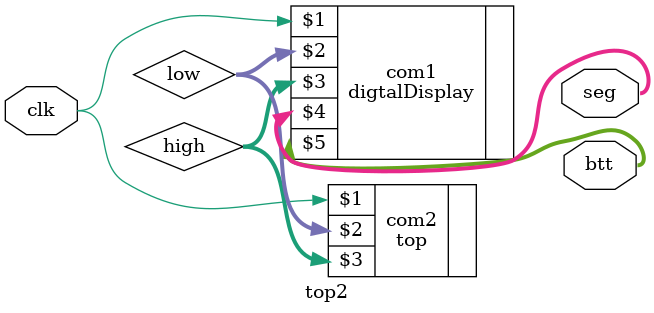
<source format=v>
`timescale 1ns / 1ps


module top2(
    clk,seg,btt
    );
    input clk;
    output [7:0] seg,btt;
    
    reg [15:0] low,high;
    digtalDisplay com1(clk,low,high,seg,btt);
    top com2(clk,low,high);
endmodule

</source>
